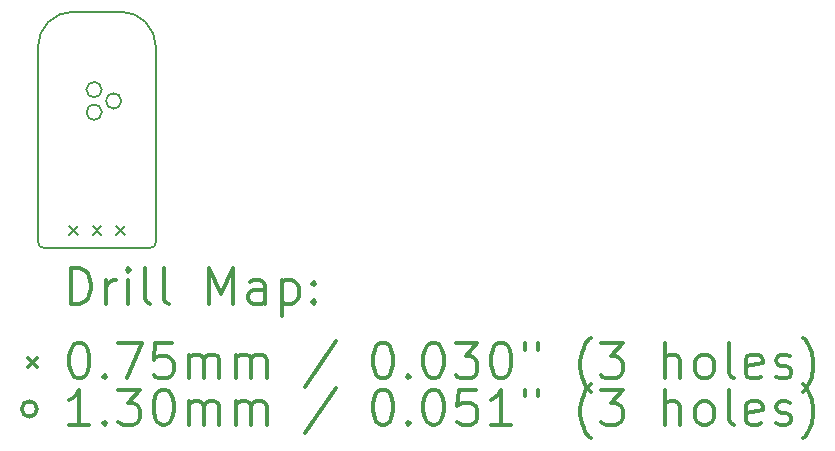
<source format=gbr>
%FSLAX45Y45*%
G04 Gerber Fmt 4.5, Leading zero omitted, Abs format (unit mm)*
G04 Created by KiCad (PCBNEW (5.0.2)-1) date 30/04/2019 17:31:21*
%MOMM*%
%LPD*%
G01*
G04 APERTURE LIST*
%ADD10C,0.150000*%
%ADD11C,0.200000*%
%ADD12C,0.300000*%
G04 APERTURE END LIST*
D10*
X15400000Y-9800000D02*
G75*
G03X15100000Y-9500000I-300000J0D01*
G01*
X14700000Y-9500000D02*
G75*
G03X14400000Y-9800000I0J-300000D01*
G01*
X14400000Y-11450000D02*
G75*
G03X14450000Y-11500000I50000J0D01*
G01*
X15350000Y-11500000D02*
G75*
G03X15400000Y-11450000I0J50000D01*
G01*
X14400000Y-9800000D02*
X14400000Y-11450000D01*
X15100000Y-9500000D02*
X14700000Y-9500000D01*
X15400000Y-11450000D02*
X15400000Y-9800000D01*
X14450000Y-11500000D02*
X15350000Y-11500000D01*
D11*
X14662500Y-11312500D02*
X14737500Y-11387500D01*
X14737500Y-11312500D02*
X14662500Y-11387500D01*
X14862500Y-11312500D02*
X14937500Y-11387500D01*
X14937500Y-11312500D02*
X14862500Y-11387500D01*
X15062500Y-11312500D02*
X15137500Y-11387500D01*
X15137500Y-11312500D02*
X15062500Y-11387500D01*
X14941000Y-10160000D02*
G75*
G03X14941000Y-10160000I-65000J0D01*
G01*
X14941000Y-10350525D02*
G75*
G03X14941000Y-10350525I-65000J0D01*
G01*
X15106000Y-10255263D02*
G75*
G03X15106000Y-10255263I-65000J0D01*
G01*
D12*
X14678928Y-11973214D02*
X14678928Y-11673214D01*
X14750357Y-11673214D01*
X14793214Y-11687500D01*
X14821786Y-11716071D01*
X14836071Y-11744643D01*
X14850357Y-11801786D01*
X14850357Y-11844643D01*
X14836071Y-11901786D01*
X14821786Y-11930357D01*
X14793214Y-11958929D01*
X14750357Y-11973214D01*
X14678928Y-11973214D01*
X14978928Y-11973214D02*
X14978928Y-11773214D01*
X14978928Y-11830357D02*
X14993214Y-11801786D01*
X15007500Y-11787500D01*
X15036071Y-11773214D01*
X15064643Y-11773214D01*
X15164643Y-11973214D02*
X15164643Y-11773214D01*
X15164643Y-11673214D02*
X15150357Y-11687500D01*
X15164643Y-11701786D01*
X15178928Y-11687500D01*
X15164643Y-11673214D01*
X15164643Y-11701786D01*
X15350357Y-11973214D02*
X15321786Y-11958929D01*
X15307500Y-11930357D01*
X15307500Y-11673214D01*
X15507500Y-11973214D02*
X15478928Y-11958929D01*
X15464643Y-11930357D01*
X15464643Y-11673214D01*
X15850357Y-11973214D02*
X15850357Y-11673214D01*
X15950357Y-11887500D01*
X16050357Y-11673214D01*
X16050357Y-11973214D01*
X16321786Y-11973214D02*
X16321786Y-11816071D01*
X16307500Y-11787500D01*
X16278928Y-11773214D01*
X16221786Y-11773214D01*
X16193214Y-11787500D01*
X16321786Y-11958929D02*
X16293214Y-11973214D01*
X16221786Y-11973214D01*
X16193214Y-11958929D01*
X16178928Y-11930357D01*
X16178928Y-11901786D01*
X16193214Y-11873214D01*
X16221786Y-11858929D01*
X16293214Y-11858929D01*
X16321786Y-11844643D01*
X16464643Y-11773214D02*
X16464643Y-12073214D01*
X16464643Y-11787500D02*
X16493214Y-11773214D01*
X16550357Y-11773214D01*
X16578928Y-11787500D01*
X16593214Y-11801786D01*
X16607500Y-11830357D01*
X16607500Y-11916071D01*
X16593214Y-11944643D01*
X16578928Y-11958929D01*
X16550357Y-11973214D01*
X16493214Y-11973214D01*
X16464643Y-11958929D01*
X16736071Y-11944643D02*
X16750357Y-11958929D01*
X16736071Y-11973214D01*
X16721786Y-11958929D01*
X16736071Y-11944643D01*
X16736071Y-11973214D01*
X16736071Y-11787500D02*
X16750357Y-11801786D01*
X16736071Y-11816071D01*
X16721786Y-11801786D01*
X16736071Y-11787500D01*
X16736071Y-11816071D01*
X14317500Y-12430000D02*
X14392500Y-12505000D01*
X14392500Y-12430000D02*
X14317500Y-12505000D01*
X14736071Y-12303214D02*
X14764643Y-12303214D01*
X14793214Y-12317500D01*
X14807500Y-12331786D01*
X14821786Y-12360357D01*
X14836071Y-12417500D01*
X14836071Y-12488929D01*
X14821786Y-12546071D01*
X14807500Y-12574643D01*
X14793214Y-12588929D01*
X14764643Y-12603214D01*
X14736071Y-12603214D01*
X14707500Y-12588929D01*
X14693214Y-12574643D01*
X14678928Y-12546071D01*
X14664643Y-12488929D01*
X14664643Y-12417500D01*
X14678928Y-12360357D01*
X14693214Y-12331786D01*
X14707500Y-12317500D01*
X14736071Y-12303214D01*
X14964643Y-12574643D02*
X14978928Y-12588929D01*
X14964643Y-12603214D01*
X14950357Y-12588929D01*
X14964643Y-12574643D01*
X14964643Y-12603214D01*
X15078928Y-12303214D02*
X15278928Y-12303214D01*
X15150357Y-12603214D01*
X15536071Y-12303214D02*
X15393214Y-12303214D01*
X15378928Y-12446071D01*
X15393214Y-12431786D01*
X15421786Y-12417500D01*
X15493214Y-12417500D01*
X15521786Y-12431786D01*
X15536071Y-12446071D01*
X15550357Y-12474643D01*
X15550357Y-12546071D01*
X15536071Y-12574643D01*
X15521786Y-12588929D01*
X15493214Y-12603214D01*
X15421786Y-12603214D01*
X15393214Y-12588929D01*
X15378928Y-12574643D01*
X15678928Y-12603214D02*
X15678928Y-12403214D01*
X15678928Y-12431786D02*
X15693214Y-12417500D01*
X15721786Y-12403214D01*
X15764643Y-12403214D01*
X15793214Y-12417500D01*
X15807500Y-12446071D01*
X15807500Y-12603214D01*
X15807500Y-12446071D02*
X15821786Y-12417500D01*
X15850357Y-12403214D01*
X15893214Y-12403214D01*
X15921786Y-12417500D01*
X15936071Y-12446071D01*
X15936071Y-12603214D01*
X16078928Y-12603214D02*
X16078928Y-12403214D01*
X16078928Y-12431786D02*
X16093214Y-12417500D01*
X16121786Y-12403214D01*
X16164643Y-12403214D01*
X16193214Y-12417500D01*
X16207500Y-12446071D01*
X16207500Y-12603214D01*
X16207500Y-12446071D02*
X16221786Y-12417500D01*
X16250357Y-12403214D01*
X16293214Y-12403214D01*
X16321786Y-12417500D01*
X16336071Y-12446071D01*
X16336071Y-12603214D01*
X16921786Y-12288929D02*
X16664643Y-12674643D01*
X17307500Y-12303214D02*
X17336071Y-12303214D01*
X17364643Y-12317500D01*
X17378928Y-12331786D01*
X17393214Y-12360357D01*
X17407500Y-12417500D01*
X17407500Y-12488929D01*
X17393214Y-12546071D01*
X17378928Y-12574643D01*
X17364643Y-12588929D01*
X17336071Y-12603214D01*
X17307500Y-12603214D01*
X17278928Y-12588929D01*
X17264643Y-12574643D01*
X17250357Y-12546071D01*
X17236071Y-12488929D01*
X17236071Y-12417500D01*
X17250357Y-12360357D01*
X17264643Y-12331786D01*
X17278928Y-12317500D01*
X17307500Y-12303214D01*
X17536071Y-12574643D02*
X17550357Y-12588929D01*
X17536071Y-12603214D01*
X17521786Y-12588929D01*
X17536071Y-12574643D01*
X17536071Y-12603214D01*
X17736071Y-12303214D02*
X17764643Y-12303214D01*
X17793214Y-12317500D01*
X17807500Y-12331786D01*
X17821786Y-12360357D01*
X17836071Y-12417500D01*
X17836071Y-12488929D01*
X17821786Y-12546071D01*
X17807500Y-12574643D01*
X17793214Y-12588929D01*
X17764643Y-12603214D01*
X17736071Y-12603214D01*
X17707500Y-12588929D01*
X17693214Y-12574643D01*
X17678928Y-12546071D01*
X17664643Y-12488929D01*
X17664643Y-12417500D01*
X17678928Y-12360357D01*
X17693214Y-12331786D01*
X17707500Y-12317500D01*
X17736071Y-12303214D01*
X17936071Y-12303214D02*
X18121786Y-12303214D01*
X18021786Y-12417500D01*
X18064643Y-12417500D01*
X18093214Y-12431786D01*
X18107500Y-12446071D01*
X18121786Y-12474643D01*
X18121786Y-12546071D01*
X18107500Y-12574643D01*
X18093214Y-12588929D01*
X18064643Y-12603214D01*
X17978928Y-12603214D01*
X17950357Y-12588929D01*
X17936071Y-12574643D01*
X18307500Y-12303214D02*
X18336071Y-12303214D01*
X18364643Y-12317500D01*
X18378928Y-12331786D01*
X18393214Y-12360357D01*
X18407500Y-12417500D01*
X18407500Y-12488929D01*
X18393214Y-12546071D01*
X18378928Y-12574643D01*
X18364643Y-12588929D01*
X18336071Y-12603214D01*
X18307500Y-12603214D01*
X18278928Y-12588929D01*
X18264643Y-12574643D01*
X18250357Y-12546071D01*
X18236071Y-12488929D01*
X18236071Y-12417500D01*
X18250357Y-12360357D01*
X18264643Y-12331786D01*
X18278928Y-12317500D01*
X18307500Y-12303214D01*
X18521786Y-12303214D02*
X18521786Y-12360357D01*
X18636071Y-12303214D02*
X18636071Y-12360357D01*
X19078928Y-12717500D02*
X19064643Y-12703214D01*
X19036071Y-12660357D01*
X19021786Y-12631786D01*
X19007500Y-12588929D01*
X18993214Y-12517500D01*
X18993214Y-12460357D01*
X19007500Y-12388929D01*
X19021786Y-12346071D01*
X19036071Y-12317500D01*
X19064643Y-12274643D01*
X19078928Y-12260357D01*
X19164643Y-12303214D02*
X19350357Y-12303214D01*
X19250357Y-12417500D01*
X19293214Y-12417500D01*
X19321786Y-12431786D01*
X19336071Y-12446071D01*
X19350357Y-12474643D01*
X19350357Y-12546071D01*
X19336071Y-12574643D01*
X19321786Y-12588929D01*
X19293214Y-12603214D01*
X19207500Y-12603214D01*
X19178928Y-12588929D01*
X19164643Y-12574643D01*
X19707500Y-12603214D02*
X19707500Y-12303214D01*
X19836071Y-12603214D02*
X19836071Y-12446071D01*
X19821786Y-12417500D01*
X19793214Y-12403214D01*
X19750357Y-12403214D01*
X19721786Y-12417500D01*
X19707500Y-12431786D01*
X20021786Y-12603214D02*
X19993214Y-12588929D01*
X19978928Y-12574643D01*
X19964643Y-12546071D01*
X19964643Y-12460357D01*
X19978928Y-12431786D01*
X19993214Y-12417500D01*
X20021786Y-12403214D01*
X20064643Y-12403214D01*
X20093214Y-12417500D01*
X20107500Y-12431786D01*
X20121786Y-12460357D01*
X20121786Y-12546071D01*
X20107500Y-12574643D01*
X20093214Y-12588929D01*
X20064643Y-12603214D01*
X20021786Y-12603214D01*
X20293214Y-12603214D02*
X20264643Y-12588929D01*
X20250357Y-12560357D01*
X20250357Y-12303214D01*
X20521786Y-12588929D02*
X20493214Y-12603214D01*
X20436071Y-12603214D01*
X20407500Y-12588929D01*
X20393214Y-12560357D01*
X20393214Y-12446071D01*
X20407500Y-12417500D01*
X20436071Y-12403214D01*
X20493214Y-12403214D01*
X20521786Y-12417500D01*
X20536071Y-12446071D01*
X20536071Y-12474643D01*
X20393214Y-12503214D01*
X20650357Y-12588929D02*
X20678928Y-12603214D01*
X20736071Y-12603214D01*
X20764643Y-12588929D01*
X20778928Y-12560357D01*
X20778928Y-12546071D01*
X20764643Y-12517500D01*
X20736071Y-12503214D01*
X20693214Y-12503214D01*
X20664643Y-12488929D01*
X20650357Y-12460357D01*
X20650357Y-12446071D01*
X20664643Y-12417500D01*
X20693214Y-12403214D01*
X20736071Y-12403214D01*
X20764643Y-12417500D01*
X20878928Y-12717500D02*
X20893214Y-12703214D01*
X20921786Y-12660357D01*
X20936071Y-12631786D01*
X20950357Y-12588929D01*
X20964643Y-12517500D01*
X20964643Y-12460357D01*
X20950357Y-12388929D01*
X20936071Y-12346071D01*
X20921786Y-12317500D01*
X20893214Y-12274643D01*
X20878928Y-12260357D01*
X14392500Y-12863500D02*
G75*
G03X14392500Y-12863500I-65000J0D01*
G01*
X14836071Y-12999214D02*
X14664643Y-12999214D01*
X14750357Y-12999214D02*
X14750357Y-12699214D01*
X14721786Y-12742071D01*
X14693214Y-12770643D01*
X14664643Y-12784929D01*
X14964643Y-12970643D02*
X14978928Y-12984929D01*
X14964643Y-12999214D01*
X14950357Y-12984929D01*
X14964643Y-12970643D01*
X14964643Y-12999214D01*
X15078928Y-12699214D02*
X15264643Y-12699214D01*
X15164643Y-12813500D01*
X15207500Y-12813500D01*
X15236071Y-12827786D01*
X15250357Y-12842071D01*
X15264643Y-12870643D01*
X15264643Y-12942071D01*
X15250357Y-12970643D01*
X15236071Y-12984929D01*
X15207500Y-12999214D01*
X15121786Y-12999214D01*
X15093214Y-12984929D01*
X15078928Y-12970643D01*
X15450357Y-12699214D02*
X15478928Y-12699214D01*
X15507500Y-12713500D01*
X15521786Y-12727786D01*
X15536071Y-12756357D01*
X15550357Y-12813500D01*
X15550357Y-12884929D01*
X15536071Y-12942071D01*
X15521786Y-12970643D01*
X15507500Y-12984929D01*
X15478928Y-12999214D01*
X15450357Y-12999214D01*
X15421786Y-12984929D01*
X15407500Y-12970643D01*
X15393214Y-12942071D01*
X15378928Y-12884929D01*
X15378928Y-12813500D01*
X15393214Y-12756357D01*
X15407500Y-12727786D01*
X15421786Y-12713500D01*
X15450357Y-12699214D01*
X15678928Y-12999214D02*
X15678928Y-12799214D01*
X15678928Y-12827786D02*
X15693214Y-12813500D01*
X15721786Y-12799214D01*
X15764643Y-12799214D01*
X15793214Y-12813500D01*
X15807500Y-12842071D01*
X15807500Y-12999214D01*
X15807500Y-12842071D02*
X15821786Y-12813500D01*
X15850357Y-12799214D01*
X15893214Y-12799214D01*
X15921786Y-12813500D01*
X15936071Y-12842071D01*
X15936071Y-12999214D01*
X16078928Y-12999214D02*
X16078928Y-12799214D01*
X16078928Y-12827786D02*
X16093214Y-12813500D01*
X16121786Y-12799214D01*
X16164643Y-12799214D01*
X16193214Y-12813500D01*
X16207500Y-12842071D01*
X16207500Y-12999214D01*
X16207500Y-12842071D02*
X16221786Y-12813500D01*
X16250357Y-12799214D01*
X16293214Y-12799214D01*
X16321786Y-12813500D01*
X16336071Y-12842071D01*
X16336071Y-12999214D01*
X16921786Y-12684929D02*
X16664643Y-13070643D01*
X17307500Y-12699214D02*
X17336071Y-12699214D01*
X17364643Y-12713500D01*
X17378928Y-12727786D01*
X17393214Y-12756357D01*
X17407500Y-12813500D01*
X17407500Y-12884929D01*
X17393214Y-12942071D01*
X17378928Y-12970643D01*
X17364643Y-12984929D01*
X17336071Y-12999214D01*
X17307500Y-12999214D01*
X17278928Y-12984929D01*
X17264643Y-12970643D01*
X17250357Y-12942071D01*
X17236071Y-12884929D01*
X17236071Y-12813500D01*
X17250357Y-12756357D01*
X17264643Y-12727786D01*
X17278928Y-12713500D01*
X17307500Y-12699214D01*
X17536071Y-12970643D02*
X17550357Y-12984929D01*
X17536071Y-12999214D01*
X17521786Y-12984929D01*
X17536071Y-12970643D01*
X17536071Y-12999214D01*
X17736071Y-12699214D02*
X17764643Y-12699214D01*
X17793214Y-12713500D01*
X17807500Y-12727786D01*
X17821786Y-12756357D01*
X17836071Y-12813500D01*
X17836071Y-12884929D01*
X17821786Y-12942071D01*
X17807500Y-12970643D01*
X17793214Y-12984929D01*
X17764643Y-12999214D01*
X17736071Y-12999214D01*
X17707500Y-12984929D01*
X17693214Y-12970643D01*
X17678928Y-12942071D01*
X17664643Y-12884929D01*
X17664643Y-12813500D01*
X17678928Y-12756357D01*
X17693214Y-12727786D01*
X17707500Y-12713500D01*
X17736071Y-12699214D01*
X18107500Y-12699214D02*
X17964643Y-12699214D01*
X17950357Y-12842071D01*
X17964643Y-12827786D01*
X17993214Y-12813500D01*
X18064643Y-12813500D01*
X18093214Y-12827786D01*
X18107500Y-12842071D01*
X18121786Y-12870643D01*
X18121786Y-12942071D01*
X18107500Y-12970643D01*
X18093214Y-12984929D01*
X18064643Y-12999214D01*
X17993214Y-12999214D01*
X17964643Y-12984929D01*
X17950357Y-12970643D01*
X18407500Y-12999214D02*
X18236071Y-12999214D01*
X18321786Y-12999214D02*
X18321786Y-12699214D01*
X18293214Y-12742071D01*
X18264643Y-12770643D01*
X18236071Y-12784929D01*
X18521786Y-12699214D02*
X18521786Y-12756357D01*
X18636071Y-12699214D02*
X18636071Y-12756357D01*
X19078928Y-13113500D02*
X19064643Y-13099214D01*
X19036071Y-13056357D01*
X19021786Y-13027786D01*
X19007500Y-12984929D01*
X18993214Y-12913500D01*
X18993214Y-12856357D01*
X19007500Y-12784929D01*
X19021786Y-12742071D01*
X19036071Y-12713500D01*
X19064643Y-12670643D01*
X19078928Y-12656357D01*
X19164643Y-12699214D02*
X19350357Y-12699214D01*
X19250357Y-12813500D01*
X19293214Y-12813500D01*
X19321786Y-12827786D01*
X19336071Y-12842071D01*
X19350357Y-12870643D01*
X19350357Y-12942071D01*
X19336071Y-12970643D01*
X19321786Y-12984929D01*
X19293214Y-12999214D01*
X19207500Y-12999214D01*
X19178928Y-12984929D01*
X19164643Y-12970643D01*
X19707500Y-12999214D02*
X19707500Y-12699214D01*
X19836071Y-12999214D02*
X19836071Y-12842071D01*
X19821786Y-12813500D01*
X19793214Y-12799214D01*
X19750357Y-12799214D01*
X19721786Y-12813500D01*
X19707500Y-12827786D01*
X20021786Y-12999214D02*
X19993214Y-12984929D01*
X19978928Y-12970643D01*
X19964643Y-12942071D01*
X19964643Y-12856357D01*
X19978928Y-12827786D01*
X19993214Y-12813500D01*
X20021786Y-12799214D01*
X20064643Y-12799214D01*
X20093214Y-12813500D01*
X20107500Y-12827786D01*
X20121786Y-12856357D01*
X20121786Y-12942071D01*
X20107500Y-12970643D01*
X20093214Y-12984929D01*
X20064643Y-12999214D01*
X20021786Y-12999214D01*
X20293214Y-12999214D02*
X20264643Y-12984929D01*
X20250357Y-12956357D01*
X20250357Y-12699214D01*
X20521786Y-12984929D02*
X20493214Y-12999214D01*
X20436071Y-12999214D01*
X20407500Y-12984929D01*
X20393214Y-12956357D01*
X20393214Y-12842071D01*
X20407500Y-12813500D01*
X20436071Y-12799214D01*
X20493214Y-12799214D01*
X20521786Y-12813500D01*
X20536071Y-12842071D01*
X20536071Y-12870643D01*
X20393214Y-12899214D01*
X20650357Y-12984929D02*
X20678928Y-12999214D01*
X20736071Y-12999214D01*
X20764643Y-12984929D01*
X20778928Y-12956357D01*
X20778928Y-12942071D01*
X20764643Y-12913500D01*
X20736071Y-12899214D01*
X20693214Y-12899214D01*
X20664643Y-12884929D01*
X20650357Y-12856357D01*
X20650357Y-12842071D01*
X20664643Y-12813500D01*
X20693214Y-12799214D01*
X20736071Y-12799214D01*
X20764643Y-12813500D01*
X20878928Y-13113500D02*
X20893214Y-13099214D01*
X20921786Y-13056357D01*
X20936071Y-13027786D01*
X20950357Y-12984929D01*
X20964643Y-12913500D01*
X20964643Y-12856357D01*
X20950357Y-12784929D01*
X20936071Y-12742071D01*
X20921786Y-12713500D01*
X20893214Y-12670643D01*
X20878928Y-12656357D01*
M02*

</source>
